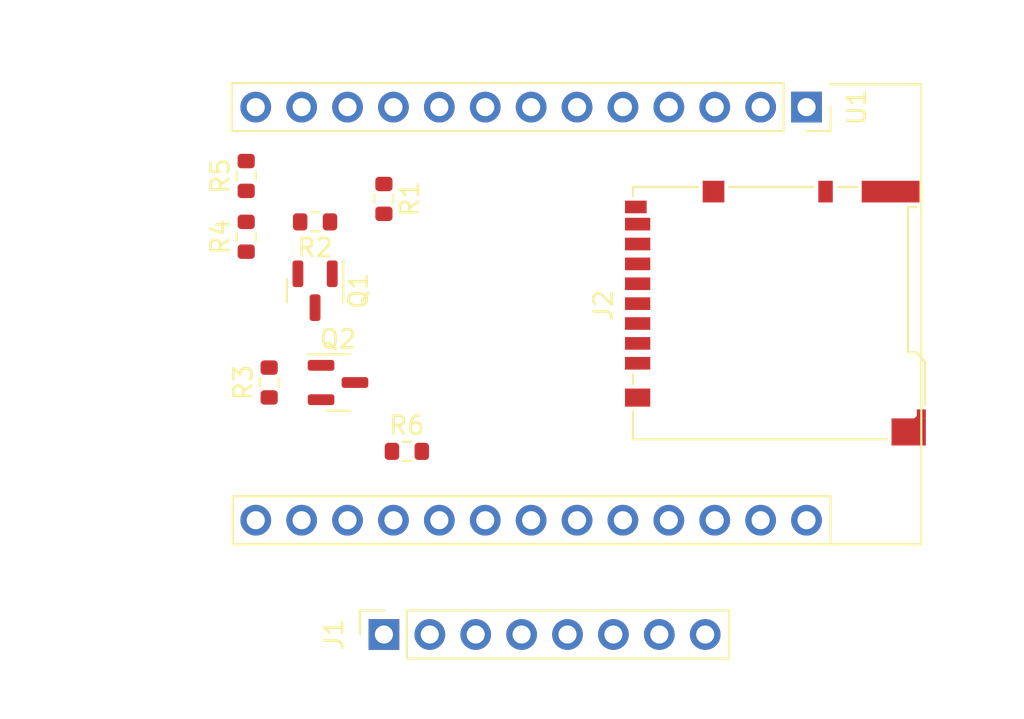
<source format=kicad_pcb>
(kicad_pcb (version 20211014) (generator pcbnew)
  (layers (0 "F.Cu" signal) (31 "B.Cu" signal) (34 "B.Paste" user) (35 "F.Paste" user) (36 "B.SilkS" user "B.Silkscreen") (37 "F.SilkS" user "F.Silkscreen") (38 "B.Mask" user) (39 "F.Mask" user) (44 "Edge.Cuts" user))
  (net 0 "")
  (net 1 "LCD_GND")
  (net 2 "BUS_POWER")
  (net 3 "LCD_SCL")
  (net 4 "LCD_SDA")
  (net 5 "LCD_RES")
  (net 6 "LCD_DC")
  (net 7 "LCD_CS")
  (net 8 "LCD_BKL")
  (net 9 "SDIO_DAT2")
  (net 10 "SDIO_DAT3")
  (net 11 "SDIO_CMD")
  (net 12 "SDIO_CLK")
  (net 13 "SDIO_DAT0")
  (net 14 "SDIO_DAT1")
  (net 18 "Net-(Q1-Pad1)")
  (net 19 "Net-(Q1-Pad3)")
  (net 20 "+3V3")
  (net 21 "BUS_POWER_SW")
  (net 22 "+BATT")
  (net 23 "BAT_V_MON")
  (footprint "Resistor_SMD:R_0603_1608Metric" (layer "F.Cu") (at 45.72 48.26 -90)
    (fp_text reference "R1" (at 0 -1.43 90) (layer "F.SilkS"))
    (fp_text value "100")
    (fp_line (start -0.237258 0.5225) (end 0.237258 0.5225) (layer "F.SilkS") (width 0.12))
    (fp_line (start -0.237258 -0.5225) (end 0.237258 -0.5225) (layer "F.SilkS") (width 0.12))
    (pad "1" smd roundrect (at -0.825 0 270) (size 0.8 0.95) (layers "F.Cu" "F.Paste" "F.Mask") (net 21 "BUS_POWER_SW"))
    (pad "2" smd roundrect (at 0.825 0 270) (size 0.8 0.95) (layers "F.Cu" "F.Paste" "F.Mask") (net 18 "Net-(Q1-Pad1)"))
  )
  (footprint "wemos_lolin32_lite:esp32_wemos_lolin32_lite" (layer "F.Cu") (at 69.1075 43.18 -90)
    (fp_text reference "U1" (at 0 -2.77 90) (layer "F.SilkS"))
    (fp_text value "esp32_wemos_lolin32_lite")
    (fp_line (start 1.33 1.27) (end 1.33 31.81) (layer "F.SilkS") (width 0.12))
    (fp_line (start -1.27 -1.27) (end -1.27 -6.35) (layer "F.SilkS") (width 0.12))
    (fp_line (start 1.33 -1.33) (end 1.33 0) (layer "F.SilkS") (width 0.12))
    (fp_line (start 24.19 -1.33) (end 21.53 -1.33) (layer "F.SilkS") (width 0.12))
    (fp_line (start 21.53 31.75) (end 21.53 -1.33) (layer "F.SilkS") (width 0.12))
    (fp_line (start -1.33 1.27) (end 1.33 1.27) (layer "F.SilkS") (width 0.12))
    (fp_line (start -1.27 -6.35) (end 24.19 -6.35) (layer "F.SilkS") (width 0.12))
    (fp_line (start 24.19 -1.33) (end 24.19 -6.34) (layer "F.SilkS") (width 0.12))
    (fp_line (start -1.33 31.81) (end 1.33 31.81) (layer "F.SilkS") (width 0.12))
    (fp_line (start -1.33 1.27) (end -1.33 31.81) (layer "F.SilkS") (width 0.12))
    (fp_line (start 24.19 31.75) (end 24.19 -1.33) (layer "F.SilkS") (width 0.12))
    (fp_line (start 0 -1.33) (end 1.33 -1.33) (layer "F.SilkS") (width 0.12))
    (fp_line (start 24.19 31.75) (end 21.53 31.75) (layer "F.SilkS") (width 0.12))
    (pad "1" thru_hole rect (at 0 0 270) (size 1.7 1.7) (drill 1) (layers *.Cu *.Mask))
    (pad "2" thru_hole oval (at 0 2.54 270) (size 1.7 1.7) (drill 1) (layers *.Cu *.Mask))
    (pad "3" thru_hole oval (at 0 5.08 270) (size 1.7 1.7) (drill 1) (layers *.Cu *.Mask))
    (pad "4" thru_hole oval (at 0 7.62 270) (size 1.7 1.7) (drill 1) (layers *.Cu *.Mask) (net 23 "BAT_V_MON"))
    (pad "5" thru_hole oval (at 0 10.16 270) (size 1.7 1.7) (drill 1) (layers *.Cu *.Mask))
    (pad "6" thru_hole oval (at 0 12.7 270) (size 1.7 1.7) (drill 1) (layers *.Cu *.Mask))
    (pad "7" thru_hole oval (at 0 15.24 270) (size 1.7 1.7) (drill 1) (layers *.Cu *.Mask))
    (pad "8" thru_hole oval (at 0 17.78 270) (size 1.7 1.7) (drill 1) (layers *.Cu *.Mask))
    (pad "9" thru_hole oval (at 0 20.32 270) (size 1.7 1.7) (drill 1) (layers *.Cu *.Mask) (net 21 "BUS_POWER_SW"))
    (pad "10" thru_hole oval (at 0 22.86 270) (size 1.7 1.7) (drill 1) (layers *.Cu *.Mask))
    (pad "11" thru_hole oval (at 0 25.4 270) (size 1.7 1.7) (drill 1) (layers *.Cu *.Mask) (net 12 "SDIO_CLK"))
    (pad "12" thru_hole oval (at 0 27.94 270) (size 1.7 1.7) (drill 1) (layers *.Cu *.Mask) (net 9 "SDIO_DAT2"))
    (pad "13" thru_hole oval (at 0 30.48 270) (size 1.7 1.7) (drill 1) (layers *.Cu *.Mask) (net 1 "LCD_GND"))
    (pad "14" thru_hole circle (at 22.86 30.48 90) (size 1.7 1.7) (drill 1) (layers *.Cu *.Mask) (net 10 "SDIO_DAT3"))
    (pad "15" thru_hole oval (at 22.86 27.94 90) (size 1.7 1.7) (drill 1) (layers *.Cu *.Mask) (net 11 "SDIO_CMD"))
    (pad "16" thru_hole oval (at 22.86 25.4 90) (size 1.7 1.7) (drill 1) (layers *.Cu *.Mask) (net 13 "SDIO_DAT0"))
    (pad "17" thru_hole oval (at 22.86 22.86 90) (size 1.7 1.7) (drill 1) (layers *.Cu *.Mask))
    (pad "18" thru_hole oval (at 22.86 20.32 90) (size 1.7 1.7) (drill 1) (layers *.Cu *.Mask) (net 14 "SDIO_DAT1"))
    (pad "19" thru_hole oval (at 22.86 17.78 90) (size 1.7 1.7) (drill 1) (layers *.Cu *.Mask) (net 5 "LCD_RES"))
    (pad "20" thru_hole oval (at 22.86 15.24 90) (size 1.7 1.7) (drill 1) (layers *.Cu *.Mask) (net 6 "LCD_DC"))
    (pad "21" thru_hole oval (at 22.86 12.7 90) (size 1.7 1.7) (drill 1) (layers *.Cu *.Mask) (net 7 "LCD_CS"))
    (pad "22" thru_hole oval (at 22.86 10.16 90) (size 1.7 1.7) (drill 1) (layers *.Cu *.Mask) (net 3 "LCD_SCL"))
    (pad "23" thru_hole oval (at 22.86 7.62 90) (size 1.7 1.7) (drill 1) (layers *.Cu *.Mask) (net 4 "LCD_SDA"))
    (pad "24" thru_hole oval (at 22.86 5.08 90) (size 1.7 1.7) (drill 1) (layers *.Cu *.Mask))
    (pad "25" thru_hole oval (at 22.86 2.54 90) (size 1.7 1.7) (drill 1) (layers *.Cu *.Mask))
    (pad "26" thru_hole oval (at 22.86 0 90) (size 1.7 1.7) (drill 1) (layers *.Cu *.Mask) (net 20 "+3V3"))
  )
  (footprint "Resistor_SMD:R_0603_1608Metric" (layer "F.Cu") (at 39.37 58.42 90)
    (fp_text reference "R3" (at 0 -1.43 90) (layer "F.SilkS"))
    (fp_text value "10k")
    (fp_line (start -0.237258 -0.5225) (end 0.237258 -0.5225) (layer "F.SilkS") (width 0.12))
    (fp_line (start -0.237258 0.5225) (end 0.237258 0.5225) (layer "F.SilkS") (width 0.12))
    (pad "1" smd roundrect (at -0.825 0 90) (size 0.8 0.95) (layers "F.Cu" "F.Paste" "F.Mask") (net 20 "+3V3"))
    (pad "2" smd roundrect (at 0.825 0 90) (size 0.8 0.95) (layers "F.Cu" "F.Paste" "F.Mask") (net 19 "Net-(Q1-Pad3)"))
  )
  (footprint "Resistor_SMD:R_0603_1608Metric" (layer "F.Cu") (at 46.99 62.23)
    (fp_text reference "R6" (at 0 -1.43) (layer "F.SilkS"))
    (fp_text value "2k")
    (fp_line (start -0.237258 0.5225) (end 0.237258 0.5225) (layer "F.SilkS") (width 0.12))
    (fp_line (start -0.237258 -0.5225) (end 0.237258 -0.5225) (layer "F.SilkS") (width 0.12))
    (pad "1" smd roundrect (at -0.825 0) (size 0.8 0.95) (layers "F.Cu" "F.Paste" "F.Mask") (net 2 "BUS_POWER"))
    (pad "2" smd roundrect (at 0.825 0) (size 0.8 0.95) (layers "F.Cu" "F.Paste" "F.Mask") (net 13 "SDIO_DAT0"))
  )
  (footprint "Connector_PinSocket_2.54mm:PinSocket_1x08_P2.54mm_Vertical" (layer "F.Cu") (at 45.72 72.365 90)
    (fp_text reference "J1" (at 0 -2.77 90) (layer "F.SilkS"))
    (fp_text value "0.96in_80x160_st7735s_LCD_module")
    (fp_line (start -1.33 1.27) (end -1.33 19.11) (layer "F.SilkS") (width 0.12))
    (fp_line (start 1.33 1.27) (end 1.33 19.11) (layer "F.SilkS") (width 0.12))
    (fp_line (start -1.33 1.27) (end 1.33 1.27) (layer "F.SilkS") (width 0.12))
    (fp_line (start 0 -1.33) (end 1.33 -1.33) (layer "F.SilkS") (width 0.12))
    (fp_line (start 1.33 -1.33) (end 1.33 0) (layer "F.SilkS") (width 0.12))
    (fp_line (start -1.33 19.11) (end 1.33 19.11) (layer "F.SilkS") (width 0.12))
    (pad "1" thru_hole rect (at 0 0 90) (size 1.7 1.7) (drill 1) (layers *.Cu *.Mask) (net 1 "LCD_GND"))
    (pad "2" thru_hole oval (at 0 2.54 90) (size 1.7 1.7) (drill 1) (layers *.Cu *.Mask) (net 2 "BUS_POWER"))
    (pad "3" thru_hole oval (at 0 5.08 90) (size 1.7 1.7) (drill 1) (layers *.Cu *.Mask) (net 3 "LCD_SCL"))
    (pad "4" thru_hole oval (at 0 7.62 90) (size 1.7 1.7) (drill 1) (layers *.Cu *.Mask) (net 4 "LCD_SDA"))
    (pad "5" thru_hole oval (at 0 10.16 90) (size 1.7 1.7) (drill 1) (layers *.Cu *.Mask) (net 5 "LCD_RES"))
    (pad "6" thru_hole oval (at 0 12.7 90) (size 1.7 1.7) (drill 1) (layers *.Cu *.Mask) (net 6 "LCD_DC"))
    (pad "7" thru_hole oval (at 0 15.24 90) (size 1.7 1.7) (drill 1) (layers *.Cu *.Mask) (net 7 "LCD_CS"))
    (pad "8" thru_hole oval (at 0 17.78 90) (size 1.7 1.7) (drill 1) (layers *.Cu *.Mask) (net 8 "LCD_BKL"))
  )
  (footprint "Resistor_SMD:R_0603_1608Metric" (layer "F.Cu") (at 41.91 49.53 180)
    (fp_text reference "R2" (at 0 -1.43) (layer "F.SilkS"))
    (fp_text value "10k")
    (fp_line (start -0.237258 -0.5225) (end 0.237258 -0.5225) (layer "F.SilkS") (width 0.12))
    (fp_line (start -0.237258 0.5225) (end 0.237258 0.5225) (layer "F.SilkS") (width 0.12))
    (pad "1" smd roundrect (at -0.825 0 180) (size 0.8 0.95) (layers "F.Cu" "F.Paste" "F.Mask") (net 18 "Net-(Q1-Pad1)"))
    (pad "2" smd roundrect (at 0.825 0 180) (size 0.8 0.95) (layers "F.Cu" "F.Paste" "F.Mask") (net 1 "LCD_GND"))
  )
  (footprint "Resistor_SMD:R_0603_1608Metric" (layer "F.Cu") (at 38.1 46.99 90)
    (fp_text reference "R5" (at 0 -1.43 90) (layer "F.SilkS"))
    (fp_text value "10k")
    (fp_line (start -0.237258 0.5225) (end 0.237258 0.5225) (layer "F.SilkS") (width 0.12))
    (fp_line (start -0.237258 -0.5225) (end 0.237258 -0.5225) (layer "F.SilkS") (width 0.12))
    (pad "1" smd roundrect (at -0.825 0 90) (size 0.8 0.95) (layers "F.Cu" "F.Paste" "F.Mask") (net 23 "BAT_V_MON"))
    (pad "2" smd roundrect (at 0.825 0 90) (size 0.8 0.95) (layers "F.Cu" "F.Paste" "F.Mask") (net 1 "LCD_GND"))
  )
  (footprint "Package_TO_SOT_SMD:SOT-23" (layer "F.Cu") (at 43.18 58.42)
    (fp_text reference "Q2" (at 0 -2.4) (layer "F.SilkS"))
    (fp_text value "Q_PMOS_GSD")
    (fp_line (start 0 1.56) (end -0.65 1.56) (layer "F.SilkS") (width 0.12))
    (fp_line (start 0 -1.56) (end -1.675 -1.56) (layer "F.SilkS") (width 0.12))
    (fp_line (start 0 -1.56) (end 0.65 -1.56) (layer "F.SilkS") (width 0.12))
    (fp_line (start 0 1.56) (end 0.65 1.56) (layer "F.SilkS") (width 0.12))
    (pad "1" smd roundrect (at -0.9375 -0.95) (size 1.475 0.6) (layers "F.Cu" "F.Paste" "F.Mask") (net 19 "Net-(Q1-Pad3)"))
    (pad "2" smd roundrect (at -0.9375 0.95) (size 1.475 0.6) (layers "F.Cu" "F.Paste" "F.Mask") (net 20 "+3V3"))
    (pad "3" smd roundrect (at 0.9375 0) (size 1.475 0.6) (layers "F.Cu" "F.Paste" "F.Mask") (net 2 "BUS_POWER"))
  )
  (footprint "Connector_Card:microSD_HC_Hirose_DM3BT-DSF-PEJS" (layer "F.Cu") (at 67.385 54.58 90)
    (fp_text reference "J2" (at 0.425 -9.525 90) (layer "F.SilkS"))
    (fp_text value "Micro_SD_Card_Det")
    (fp_line (start 6.475 -7.885) (end 6.985 -7.885) (layer "F.SilkS") (width 0.12))
    (fp_line (start 5.865 7.335) (end 5.865 7.785) (layer "F.SilkS") (width 0.12))
    (fp_line (start -5.075 8.285) (end -2.675 8.285) (layer "F.SilkS") (width 0.12))
    (fp_line (start -3.375 -7.885) (end -3.925 -7.885) (layer "F.SilkS") (width 0.12))
    (fp_line (start -6.985 -7.885) (end -6.985 6.175) (layer "F.SilkS") (width 0.12))
    (fp_line (start -6.985 -7.885) (end -5.425 -7.885) (layer "F.SilkS") (width 0.12))
    (fp_line (start -2.165 7.335) (end -2.165 7.785) (layer "F.SilkS") (width 0.12))
    (fp_line (start 5.865 7.335) (end -2.165 7.335) (layer "F.SilkS") (width 0.12))
    (fp_line (start 6.985 3.425) (end 6.985 4.525) (layer "F.SilkS") (width 0.12))
    (fp_line (start -2.665 8.275) (end -2.165 7.785) (layer "F.SilkS") (width 0.12))
    (fp_line (start 6.985 -7.885) (end 6.985 -4.275) (layer "F.SilkS") (width 0.12))
    (fp_line (start 6.985 -2.575) (end 6.985 2.125) (layer "F.SilkS") (width 0.12))
    (pad "1" smd rect (at -2.775 -7.625 90) (size 0.7 1.4) (layers "F.Cu" "F.Paste" "F.Mask") (net 9 "SDIO_DAT2"))
    (pad "2" smd rect (at -1.675 -7.625 90) (size 0.7 1.4) (layers "F.Cu" "F.Paste" "F.Mask") (net 10 "SDIO_DAT3"))
    (pad "3" smd rect (at -0.575 -7.625 90) (size 0.7 1.4) (layers "F.Cu" "F.Paste" "F.Mask") (net 11 "SDIO_CMD"))
    (pad "4" smd rect (at 0.525 -7.625 90) (size 0.7 1.4) (layers "F.Cu" "F.Paste" "F.Mask") (net 2 "BUS_POWER"))
    (pad "5" smd rect (at 1.625 -7.625 90) (size 0.7 1.4) (layers "F.Cu" "F.Paste" "F.Mask") (net 12 "SDIO_CLK"))
    (pad "6" smd rect (at 2.725 -7.625 90) (size 0.7 1.4) (layers "F.Cu" "F.Paste" "F.Mask") (net 1 "LCD_GND"))
    (pad "7" smd rect (at 3.825 -7.625 90) (size 0.7 1.4) (layers "F.Cu" "F.Paste" "F.Mask") (net 13 "SDIO_DAT0"))
    (pad "8" smd rect (at 4.925 -7.625 90) (size 0.7 1.4) (layers "F.Cu" "F.Paste" "F.Mask") (net 14 "SDIO_DAT1"))
    (pad "9" smd rect (at 5.875 -7.725 90) (size 0.7 1.2) (layers "F.Cu" "F.Paste" "F.Mask"))
    (pad "10" smd rect (at 6.725 2.775 90) (size 1.2 0.8) (layers "F.Cu" "F.Paste" "F.Mask"))
    (pad "11" smd rect (at -5.825 7.825 135) (size 0.2 0.2) (layers "F.Cu" "F.Paste" "F.Mask"))
    (pad "11" smd rect (at 6.725 -3.425 90) (size 1.2 1.2) (layers "F.Cu" "F.Paste" "F.Mask"))
    (pad "11" smd rect (at -4.675 -7.625 90) (size 1 1.4) (layers "F.Cu" "F.Paste" "F.Mask"))
    (pad "11" smd rect (at -6.575 7.375 90) (size 1.5 1.9) (layers "F.Cu" "F.Paste" "F.Mask"))
    (pad "11" smd rect (at -5.575 8.075 90) (size 0.5 0.5) (layers "F.Cu" "F.Paste" "F.Mask"))
    (pad "11" smd rect (at 6.725 6.375 90) (size 1.2 3.2) (layers "F.Cu" "F.Paste" "F.Mask"))
  )
  (footprint "Package_TO_SOT_SMD:SOT-23" (layer "F.Cu") (at 41.91 53.34 -90)
    (fp_text reference "Q1" (at 0 -2.4 90) (layer "F.SilkS"))
    (fp_text value "Q_NMOS_GSD")
    (fp_line (start 0 -1.56) (end 0.65 -1.56) (layer "F.SilkS") (width 0.12))
    (fp_line (start 0 1.56) (end 0.65 1.56) (layer "F.SilkS") (width 0.12))
    (fp_line (start 0 -1.56) (end -1.675 -1.56) (layer "F.SilkS") (width 0.12))
    (fp_line (start 0 1.56) (end -0.65 1.56) (layer "F.SilkS") (width 0.12))
    (pad "1" smd roundrect (at -0.9375 -0.95 270) (size 1.475 0.6) (layers "F.Cu" "F.Paste" "F.Mask") (net 18 "Net-(Q1-Pad1)"))
    (pad "2" smd roundrect (at -0.9375 0.95 270) (size 1.475 0.6) (layers "F.Cu" "F.Paste" "F.Mask") (net 1 "LCD_GND"))
    (pad "3" smd roundrect (at 0.9375 0 270) (size 1.475 0.6) (layers "F.Cu" "F.Paste" "F.Mask") (net 19 "Net-(Q1-Pad3)"))
  )
  (footprint "Resistor_SMD:R_0603_1608Metric" (layer "F.Cu") (at 38.1 50.355 90)
    (fp_text reference "R4" (at 0 -1.43 90) (layer "F.SilkS"))
    (fp_text value "10k")
    (fp_line (start -0.237258 0.5225) (end 0.237258 0.5225) (layer "F.SilkS") (width 0.12))
    (fp_line (start -0.237258 -0.5225) (end 0.237258 -0.5225) (layer "F.SilkS") (width 0.12))
    (pad "1" smd roundrect (at -0.825 0 90) (size 0.8 0.95) (layers "F.Cu" "F.Paste" "F.Mask") (net 22 "+BATT"))
    (pad "2" smd roundrect (at 0.825 0 90) (size 0.8 0.95) (layers "F.Cu" "F.Paste" "F.Mask") (net 23 "BAT_V_MON"))
  )
)
</source>
